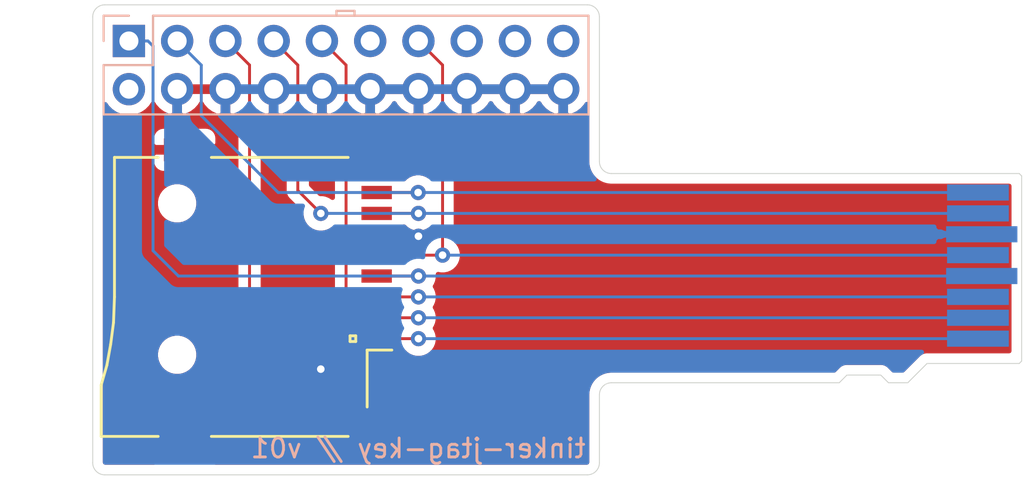
<source format=kicad_pcb>
(kicad_pcb (version 20171130) (host pcbnew 5.1.9)

  (general
    (thickness 0.7)
    (drawings 27)
    (tracks 48)
    (zones 0)
    (modules 3)
    (nets 9)
  )

  (page A4)
  (layers
    (0 F.Cu signal)
    (31 B.Cu signal)
    (32 B.Adhes user)
    (33 F.Adhes user)
    (34 B.Paste user)
    (35 F.Paste user)
    (36 B.SilkS user)
    (37 F.SilkS user)
    (38 B.Mask user)
    (39 F.Mask user)
    (40 Dwgs.User user)
    (41 Cmts.User user)
    (42 Eco1.User user)
    (43 Eco2.User user)
    (44 Edge.Cuts user)
    (45 Margin user)
    (46 B.CrtYd user)
    (47 F.CrtYd user)
    (48 B.Fab user)
    (49 F.Fab user)
  )

  (setup
    (last_trace_width 0.1524)
    (trace_clearance 0.1524)
    (zone_clearance 0.508)
    (zone_45_only no)
    (trace_min 0.1524)
    (via_size 0.8)
    (via_drill 0.4)
    (via_min_size 0.4)
    (via_min_drill 0.3)
    (uvia_size 0.3)
    (uvia_drill 0.1)
    (uvias_allowed no)
    (uvia_min_size 0.2)
    (uvia_min_drill 0.1)
    (edge_width 0.05)
    (segment_width 0.2)
    (pcb_text_width 0.3)
    (pcb_text_size 1.5 1.5)
    (mod_edge_width 0.12)
    (mod_text_size 1 1)
    (mod_text_width 0.15)
    (pad_size 0.85 3.25)
    (pad_drill 0)
    (pad_to_mask_clearance 0.051)
    (aux_axis_origin 0 0)
    (visible_elements FFFFFF7F)
    (pcbplotparams
      (layerselection 0x010f0_ffffffff)
      (usegerberextensions true)
      (usegerberattributes false)
      (usegerberadvancedattributes false)
      (creategerberjobfile false)
      (excludeedgelayer true)
      (linewidth 0.100000)
      (plotframeref false)
      (viasonmask false)
      (mode 1)
      (useauxorigin false)
      (hpglpennumber 1)
      (hpglpenspeed 20)
      (hpglpendiameter 15.000000)
      (psnegative false)
      (psa4output false)
      (plotreference true)
      (plotvalue true)
      (plotinvisibletext false)
      (padsonsilk false)
      (subtractmaskfromsilk false)
      (outputformat 1)
      (mirror false)
      (drillshape 0)
      (scaleselection 1)
      (outputdirectory "out/"))
  )

  (net 0 "")
  (net 1 /DAT2)
  (net 2 /CMD)
  (net 3 /CD-DAT3)
  (net 4 VDD)
  (net 5 /CLK)
  (net 6 GND)
  (net 7 /DAT1)
  (net 8 /DAT0)

  (net_class Default "This is the default net class."
    (clearance 0.1524)
    (trace_width 0.1524)
    (via_dia 0.8)
    (via_drill 0.4)
    (uvia_dia 0.3)
    (uvia_drill 0.1)
    (add_net /CD-DAT3)
    (add_net /CLK)
    (add_net /CMD)
    (add_net /DAT0)
    (add_net /DAT1)
    (add_net /DAT2)
    (add_net GND)
    (add_net VDD)
  )

  (module tinker-jtag-key:MicroSD_Card_Socket (layer F.Cu) (tedit 5EBD19D4) (tstamp 5EBDA92B)
    (at 123.19 90.32 270)
    (path /5EBE3360)
    (fp_text reference J1 (at 0 1) (layer B.Fab)
      (effects (font (size 0.6 0.6) (thickness 0.1)) (justify mirror))
    )
    (fp_text value 112J-TXAR-R01 (at 0 0 270) (layer F.Fab)
      (effects (font (size 0.6 0.5) (thickness 0.1)))
    )
    (fp_line (start -7.35 3.3) (end 0 3.3) (layer F.SilkS) (width 0.15))
    (fp_line (start 0 3.3) (end 1.35 3.35) (layer F.SilkS) (width 0.15))
    (fp_line (start 1.35 3.35) (end 2.5 3.5) (layer F.SilkS) (width 0.15))
    (fp_line (start 2.5 3.5) (end 3.6 3.7) (layer F.SilkS) (width 0.15))
    (fp_line (start 3.6 3.7) (end 4.65 4) (layer F.SilkS) (width 0.15))
    (fp_line (start 2.8 -10) (end 2.8 -11.3) (layer F.SilkS) (width 0.15))
    (fp_line (start -7.35 -1.8) (end -7.35 -9) (layer F.SilkS) (width 0.15))
    (fp_line (start -7.35 1) (end -7.35 3.3) (layer F.SilkS) (width 0.15))
    (fp_line (start 4.65 4) (end 7.35 4) (layer F.SilkS) (width 0.15))
    (fp_line (start 7.35 4) (end 7.35 1) (layer F.SilkS) (width 0.15))
    (fp_line (start 7.35 -9) (end 7.35 -1.8) (layer F.SilkS) (width 0.15))
    (fp_line (start 7.35 -9.5) (end 6.85 -10) (layer F.Fab) (width 0.05))
    (fp_line (start 2.35 -9.4) (end 2.05 -9.4) (layer F.SilkS) (width 0.15))
    (fp_line (start 2.05 -9.4) (end 2.05 -9.1) (layer F.SilkS) (width 0.15))
    (fp_line (start 2.05 -9.1) (end 2.35 -9.1) (layer F.SilkS) (width 0.15))
    (fp_line (start 2.35 -9.1) (end 2.35 -9.4) (layer F.SilkS) (width 0.15))
    (fp_line (start -7.75 4.5) (end -7.75 1) (layer F.CrtYd) (width 0.05))
    (fp_line (start -7.75 1) (end -8.75 1) (layer F.CrtYd) (width 0.05))
    (fp_line (start -8.75 1) (end -8.75 -1.75) (layer F.CrtYd) (width 0.05))
    (fp_line (start -8.75 -1.75) (end -7.75 -1.75) (layer F.CrtYd) (width 0.05))
    (fp_line (start -7.75 -1.75) (end -7.75 -9) (layer F.CrtYd) (width 0.05))
    (fp_line (start -7.75 -9) (end -8.75 -9) (layer F.CrtYd) (width 0.05))
    (fp_line (start -8.75 -9) (end -8.75 -11) (layer F.CrtYd) (width 0.05))
    (fp_line (start -8.75 -11) (end -7.25 -11) (layer F.CrtYd) (width 0.05))
    (fp_line (start -7.25 -11) (end -7.25 -11.5) (layer F.CrtYd) (width 0.05))
    (fp_line (start -7.25 -11.5) (end 2.75 -11.5) (layer F.CrtYd) (width 0.05))
    (fp_line (start 2.75 -11.5) (end 2.75 -10.25) (layer F.CrtYd) (width 0.05))
    (fp_line (start 2.75 -10.25) (end 5.75 -10.25) (layer F.CrtYd) (width 0.05))
    (fp_line (start 5.75 -10.25) (end 5.75 -11) (layer F.CrtYd) (width 0.05))
    (fp_line (start 5.75 -11) (end 8 -11) (layer F.CrtYd) (width 0.05))
    (fp_line (start 8 -11) (end 8 -9) (layer F.CrtYd) (width 0.05))
    (fp_line (start 8 -9) (end 7.75 -9) (layer F.CrtYd) (width 0.05))
    (fp_line (start 7.75 -9) (end 7.75 -1.75) (layer F.CrtYd) (width 0.05))
    (fp_line (start 7.75 -1.75) (end 8.75 -1.75) (layer F.CrtYd) (width 0.05))
    (fp_line (start 8.75 -1.75) (end 8.75 1) (layer F.CrtYd) (width 0.05))
    (fp_line (start 8.75 1) (end 7.75 1) (layer F.CrtYd) (width 0.05))
    (fp_line (start 7.75 1) (end 7.75 4.5) (layer F.CrtYd) (width 0.05))
    (fp_line (start -9 4.5) (end -7 4.5) (layer Cmts.User) (width 0.05))
    (fp_line (start -7 4.5) (end -6 3.5) (layer Cmts.User) (width 0.05))
    (fp_line (start -6 3.5) (end 4 3.5) (layer Cmts.User) (width 0.05))
    (fp_line (start 4 3.5) (end 5 4.5) (layer Cmts.User) (width 0.05))
    (fp_line (start 5 4.5) (end 9 4.5) (layer Cmts.User) (width 0.05))
    (fp_line (start 0 3.3) (end 1.7 3.4) (layer F.Fab) (width 0.05))
    (fp_line (start 1.7 3.4) (end 3.5 3.7) (layer F.Fab) (width 0.05))
    (fp_line (start 3.5 3.7) (end 4.7 4) (layer F.Fab) (width 0.05))
    (fp_line (start 2.8 -10) (end 5.8 -10) (layer F.SilkS) (width 0.15))
    (fp_line (start -6.55 8.6) (end -6.55 3.3) (layer F.Fab) (width 0.05))
    (fp_line (start -5.85 9.3) (end 3.95 9.3) (layer F.Fab) (width 0.05))
    (fp_line (start 4.65 8.6) (end 4.65 4) (layer F.Fab) (width 0.05))
    (fp_line (start 4.65 4) (end 7.35 4) (layer F.Fab) (width 0.05))
    (fp_line (start -7.35 3.3) (end 0 3.3) (layer F.Fab) (width 0.05))
    (fp_line (start -7.35 -10) (end 7.35 -10) (layer F.Fab) (width 0.05))
    (fp_line (start 7.35 -10) (end 7.35 4) (layer F.Fab) (width 0.05))
    (fp_line (start -7.35 -10) (end -7.35 3.3) (layer F.Fab) (width 0.05))
    (fp_arc (start 3.95 8.6) (end 4.65 8.6) (angle 90) (layer F.Fab) (width 0.05))
    (fp_arc (start -5.85 8.6) (end -6.55 8.6) (angle -90) (layer F.Fab) (width 0.05))
    (fp_text user %R (at 2.1 -9.35 270) (layer Eco1.User)
      (effects (font (size 0.3 0.3) (thickness 0.03)))
    )
    (pad 3 smd rect (at 0 -10.5 270) (size 0.7 1.6) (layers F.Cu F.Paste F.Mask)
      (net 2 /CMD))
    (pad "" np_thru_hole circle (at -4.93 0 270) (size 1 1) (drill 1) (layers *.Cu))
    (pad "" np_thru_hole circle (at 3.05 0 270) (size 1 1) (drill 1) (layers *.Cu))
    (pad 2 smd rect (at 1.1 -10.5 270) (size 0.7 1.6) (layers F.Cu F.Paste F.Mask)
      (net 3 /CD-DAT3))
    (pad 1 smd rect (at 2.2 -10.5 270) (size 0.7 1.6) (layers F.Cu F.Paste F.Mask)
      (net 1 /DAT2))
    (pad 4 smd rect (at -1.1 -10.5 270) (size 0.7 1.6) (layers F.Cu F.Paste F.Mask)
      (net 4 VDD))
    (pad 5 smd rect (at -2.2 -10.5 270) (size 0.7 1.6) (layers F.Cu F.Paste F.Mask)
      (net 5 /CLK))
    (pad 6 smd rect (at -3.3 -10.5 270) (size 0.7 1.6) (layers F.Cu F.Paste F.Mask)
      (net 6 GND))
    (pad 8 smd rect (at -5.5 -10.5 270) (size 0.7 1.6) (layers F.Cu F.Paste F.Mask)
      (net 7 /DAT1))
    (pad 7 smd rect (at -4.4 -10.5 270) (size 0.7 1.6) (layers F.Cu F.Paste F.Mask)
      (net 8 /DAT0))
    (pad Cd smd rect (at -6.6 -10.5 270) (size 0.7 1.6) (layers F.Cu F.Paste F.Mask))
    (pad 6 smd rect (at -7.75 -10 270) (size 1.2 1.4) (layers F.Cu F.Paste F.Mask)
      (net 6 GND))
    (pad 6 smd rect (at 6.85 -10 270) (size 1.6 1.4) (layers F.Cu F.Paste F.Mask)
      (net 6 GND))
    (pad 6 smd rect (at -7.75 -0.4 270) (size 1.2 2.2) (layers F.Cu F.Paste F.Mask)
      (net 6 GND))
    (pad 6 smd rect (at 7.75 -0.4 270) (size 1.2 2.2) (layers F.Cu F.Paste F.Mask)
      (net 6 GND))
  )

  (module tinker-jtag-key:MicroSD_Card_Pins (layer F.Cu) (tedit 5EBD921E) (tstamp 5EBD7AA7)
    (at 160.02 88.9 90)
    (path /5EBE2C59)
    (fp_text reference P1 (at 0 -8.89 90) (layer F.SilkS) hide
      (effects (font (size 1.27 1.27) (thickness 0.15)))
    )
    (fp_text value Micro_SD_Card (at 0 8.89 90) (layer F.Fab) hide
      (effects (font (size 1.27 1.27) (thickness 0.15)))
    )
    (fp_line (start 5.08 -7.3787) (end -5.9182 -7.3787) (layer F.Fab) (width 0.06))
    (fp_line (start 5.08 7.62) (end 5.08 -7.3787) (layer F.Fab) (width 0.06))
    (fp_line (start -4.9149 7.62) (end 5.08 7.62) (layer F.Fab) (width 0.06))
    (fp_line (start -4.9149 2.6162) (end -4.9149 7.62) (layer F.Fab) (width 0.06))
    (fp_line (start -5.9182 1.6129) (end -4.9149 2.6162) (layer F.Fab) (width 0.06))
    (fp_line (start -5.9182 0.6223) (end -5.9182 1.6129) (layer F.Fab) (width 0.06))
    (fp_line (start -5.5245 0.2286) (end -5.9182 0.6223) (layer F.Fab) (width 0.06))
    (fp_line (start -5.5245 -1.5875) (end -5.5245 0.2286) (layer F.Fab) (width 0.06))
    (fp_line (start -5.9182 -1.9812) (end -5.5245 -1.5875) (layer F.Fab) (width 0.06))
    (fp_line (start -5.9182 -7.3787) (end -5.9182 -1.9812) (layer F.Fab) (width 0.06))
    (pad 1 smd rect (at -3.62 5.32 90) (size 0.85 3.25) (layers B.Cu B.Paste B.Mask)
      (net 1 /DAT2))
    (pad 2 smd rect (at -2.52 5.32 90) (size 0.85 3.25) (layers B.Cu B.Paste B.Mask)
      (net 3 /CD-DAT3))
    (pad 3 smd rect (at -1.42 5.32 90) (size 0.85 3.25) (layers B.Cu B.Paste B.Mask)
      (net 2 /CMD))
    (pad 4 smd rect (at -0.32 5.52 90) (size 0.85 3.75) (layers B.Cu B.Paste B.Mask)
      (net 4 VDD))
    (pad 5 smd rect (at 0.78 5.32 90) (size 0.85 3.25) (layers B.Cu B.Paste B.Mask)
      (net 5 /CLK))
    (pad 6 smd rect (at 1.88 5.52 270) (size 0.85 3.75) (layers B.Cu B.Paste B.Mask)
      (net 6 GND))
    (pad 7 smd rect (at 2.98 5.32 90) (size 0.85 3.25) (layers B.Cu B.Paste B.Mask)
      (net 8 /DAT0))
    (pad 8 smd rect (at 4.08 5.32 90) (size 0.85 3.25) (layers B.Cu B.Paste B.Mask)
      (net 7 /DAT1))
  )

  (module Connector_PinHeader_2.54mm:PinHeader_2x10_P2.54mm_Vertical (layer B.Cu) (tedit 59FED5CC) (tstamp 5EBDA489)
    (at 120.65 76.835 270)
    (descr "Through hole straight pin header, 2x10, 2.54mm pitch, double rows")
    (tags "Through hole pin header THT 2x10 2.54mm double row")
    (path /5EC005CE)
    (fp_text reference J2 (at 1.27 2.33 90) (layer B.SilkS) hide
      (effects (font (size 1 1) (thickness 0.15)) (justify mirror))
    )
    (fp_text value Conn_ARM_JTAG_SWD_20 (at 1.27 -25.19 90) (layer B.Fab) hide
      (effects (font (size 1 1) (thickness 0.15)) (justify mirror))
    )
    (fp_line (start 0 1.27) (end 3.81 1.27) (layer B.Fab) (width 0.1))
    (fp_line (start 3.81 1.27) (end 3.81 -24.13) (layer B.Fab) (width 0.1))
    (fp_line (start 3.81 -24.13) (end -1.27 -24.13) (layer B.Fab) (width 0.1))
    (fp_line (start -1.27 -24.13) (end -1.27 0) (layer B.Fab) (width 0.1))
    (fp_line (start -1.27 0) (end 0 1.27) (layer B.Fab) (width 0.1))
    (fp_line (start -1.33 -24.19) (end 3.87 -24.19) (layer B.SilkS) (width 0.12))
    (fp_line (start -1.33 -1.27) (end -1.33 -24.19) (layer B.SilkS) (width 0.12))
    (fp_line (start 3.87 1.33) (end 3.87 -24.19) (layer B.SilkS) (width 0.12))
    (fp_line (start -1.33 -1.27) (end 1.27 -1.27) (layer B.SilkS) (width 0.12))
    (fp_line (start 1.27 -1.27) (end 1.27 1.33) (layer B.SilkS) (width 0.12))
    (fp_line (start 1.27 1.33) (end 3.87 1.33) (layer B.SilkS) (width 0.12))
    (fp_line (start -1.33 0) (end -1.33 1.33) (layer B.SilkS) (width 0.12))
    (fp_line (start -1.33 1.33) (end 0 1.33) (layer B.SilkS) (width 0.12))
    (fp_line (start -1.8 1.8) (end -1.8 -24.65) (layer B.CrtYd) (width 0.05))
    (fp_line (start -1.8 -24.65) (end 4.35 -24.65) (layer B.CrtYd) (width 0.05))
    (fp_line (start 4.35 -24.65) (end 4.35 1.8) (layer B.CrtYd) (width 0.05))
    (fp_line (start 4.35 1.8) (end -1.8 1.8) (layer B.CrtYd) (width 0.05))
    (fp_text user %R (at 1.27 -11.43 180) (layer B.Fab)
      (effects (font (size 1 1) (thickness 0.15)) (justify mirror))
    )
    (pad 20 thru_hole oval (at 2.54 -22.86 270) (size 1.7 1.7) (drill 1) (layers *.Cu *.Mask)
      (net 6 GND))
    (pad 19 thru_hole oval (at 0 -22.86 270) (size 1.7 1.7) (drill 1) (layers *.Cu *.Mask))
    (pad 18 thru_hole oval (at 2.54 -20.32 270) (size 1.7 1.7) (drill 1) (layers *.Cu *.Mask)
      (net 6 GND))
    (pad 17 thru_hole oval (at 0 -20.32 270) (size 1.7 1.7) (drill 1) (layers *.Cu *.Mask))
    (pad 16 thru_hole oval (at 2.54 -17.78 270) (size 1.7 1.7) (drill 1) (layers *.Cu *.Mask)
      (net 6 GND))
    (pad 15 thru_hole oval (at 0 -17.78 270) (size 1.7 1.7) (drill 1) (layers *.Cu *.Mask))
    (pad 14 thru_hole oval (at 2.54 -15.24 270) (size 1.7 1.7) (drill 1) (layers *.Cu *.Mask)
      (net 6 GND))
    (pad 13 thru_hole oval (at 0 -15.24 270) (size 1.7 1.7) (drill 1) (layers *.Cu *.Mask)
      (net 5 /CLK))
    (pad 12 thru_hole oval (at 2.54 -12.7 270) (size 1.7 1.7) (drill 1) (layers *.Cu *.Mask)
      (net 6 GND))
    (pad 11 thru_hole oval (at 0 -12.7 270) (size 1.7 1.7) (drill 1) (layers *.Cu *.Mask))
    (pad 10 thru_hole oval (at 2.54 -10.16 270) (size 1.7 1.7) (drill 1) (layers *.Cu *.Mask)
      (net 6 GND))
    (pad 9 thru_hole oval (at 0 -10.16 270) (size 1.7 1.7) (drill 1) (layers *.Cu *.Mask)
      (net 3 /CD-DAT3))
    (pad 8 thru_hole oval (at 2.54 -7.62 270) (size 1.7 1.7) (drill 1) (layers *.Cu *.Mask)
      (net 6 GND))
    (pad 7 thru_hole oval (at 0 -7.62 270) (size 1.7 1.7) (drill 1) (layers *.Cu *.Mask)
      (net 8 /DAT0))
    (pad 6 thru_hole oval (at 2.54 -5.08 270) (size 1.7 1.7) (drill 1) (layers *.Cu *.Mask)
      (net 6 GND))
    (pad 5 thru_hole oval (at 0 -5.08 270) (size 1.7 1.7) (drill 1) (layers *.Cu *.Mask)
      (net 1 /DAT2))
    (pad 4 thru_hole oval (at 2.54 -2.54 270) (size 1.7 1.7) (drill 1) (layers *.Cu *.Mask)
      (net 6 GND))
    (pad 3 thru_hole oval (at 0 -2.54 270) (size 1.7 1.7) (drill 1) (layers *.Cu *.Mask)
      (net 7 /DAT1))
    (pad 2 thru_hole oval (at 2.54 0 270) (size 1.7 1.7) (drill 1) (layers *.Cu *.Mask))
    (pad 1 thru_hole rect (at 0 0 270) (size 1.7 1.7) (drill 1) (layers *.Cu *.Mask)
      (net 4 VDD))
    (model ${KISYS3DMOD}/Connector_PinHeader_2.54mm.3dshapes/PinHeader_2x10_P2.54mm_Vertical.wrl
      (at (xyz 0 0 0))
      (scale (xyz 1 1 1))
      (rotate (xyz 0 0 0))
    )
  )

  (gr_line (start 132.525 75.25) (end 132.525 75.5) (layer B.SilkS) (width 0.12))
  (gr_line (start 131.575 75.25) (end 132.525 75.25) (layer B.SilkS) (width 0.12))
  (gr_line (start 131.575 75.5) (end 131.575 75.25) (layer B.SilkS) (width 0.12))
  (gr_text "/ v01" (at 131.6482 98.298) (layer B.SilkS) (tstamp 5EBEE121)
    (effects (font (size 1 1) (thickness 0.15)) (justify left mirror))
  )
  (gr_arc (start 144.78 75.565) (end 145.415 75.565) (angle -90) (layer Edge.Cuts) (width 0.05))
  (gr_arc (start 119.38 99.06) (end 118.745 99.06) (angle -90) (layer Edge.Cuts) (width 0.05))
  (gr_arc (start 119.38 75.565) (end 119.38 74.93) (angle -90) (layer Edge.Cuts) (width 0.05))
  (gr_arc (start 144.78 99.06) (end 144.78 99.695) (angle -90) (layer Edge.Cuts) (width 0.05))
  (gr_arc (start 146.05 95.4786) (end 146.05 94.8436) (angle -90) (layer Edge.Cuts) (width 0.05))
  (gr_arc (start 146.05 83.185) (end 145.415 83.185) (angle -90) (layer Edge.Cuts) (width 0.05))
  (gr_text "tinker-jtag-key /" (at 144.78 98.298) (layer B.SilkS) (tstamp 5EBEE10F)
    (effects (font (size 1 1) (thickness 0.15)) (justify left mirror))
  )
  (gr_line (start 167.64 93.699964) (end 167.513 93.8276) (layer Edge.Cuts) (width 0.05) (tstamp 5EBDB0F1))
  (gr_line (start 167.513 83.82) (end 167.64 83.947) (layer Edge.Cuts) (width 0.05) (tstamp 5EBDB087))
  (gr_line (start 118.745 99.06) (end 118.745 75.565) (layer Edge.Cuts) (width 0.05) (tstamp 5EBD9477))
  (gr_line (start 144.78 99.695) (end 119.38 99.695) (layer Edge.Cuts) (width 0.05))
  (gr_line (start 145.415 95.4786) (end 145.415 99.06) (layer Edge.Cuts) (width 0.05) (tstamp 5EBD9475))
  (gr_line (start 158.0388 94.8436) (end 146.05 94.8436) (layer Edge.Cuts) (width 0.05))
  (gr_line (start 158.4452 94.4372) (end 158.0388 94.8436) (layer Edge.Cuts) (width 0.05) (tstamp 5EBD8DF1))
  (gr_line (start 160.2232 94.4372) (end 158.4452 94.4372) (layer Edge.Cuts) (width 0.05))
  (gr_line (start 160.6296 94.8436) (end 160.2232 94.4372) (layer Edge.Cuts) (width 0.05) (tstamp 5EBDB0FB))
  (gr_line (start 160.6296 94.8436) (end 161.6456 94.8436) (layer Edge.Cuts) (width 0.05) (tstamp 5EBD8DF0))
  (gr_line (start 144.78 74.93) (end 119.38 74.93) (layer Edge.Cuts) (width 0.05) (tstamp 5EBDA582))
  (gr_line (start 145.415 83.185) (end 145.415 75.565) (layer Edge.Cuts) (width 0.05))
  (gr_line (start 167.513 83.82) (end 146.05 83.82) (layer Edge.Cuts) (width 0.05))
  (gr_line (start 167.64 93.699964) (end 167.64 83.947) (layer Edge.Cuts) (width 0.05))
  (gr_line (start 162.6616 93.8276) (end 167.513 93.8276) (layer Edge.Cuts) (width 0.05))
  (gr_line (start 161.6456 94.8436) (end 162.6616 93.8276) (layer Edge.Cuts) (width 0.05))

  (segment (start 127 91.313) (end 128.207 92.52) (width 0.1524) (layer F.Cu) (net 1))
  (segment (start 125.73 76.835) (end 127 78.105) (width 0.1524) (layer F.Cu) (net 1))
  (segment (start 127 78.105) (end 127 91.313) (width 0.1524) (layer F.Cu) (net 1))
  (segment (start 128.207 92.52) (end 133.69 92.52) (width 0.1524) (layer F.Cu) (net 1))
  (segment (start 133.69 92.52) (end 135.89 92.52) (width 0.1524) (layer F.Cu) (net 1))
  (via (at 135.89 92.52) (size 0.8) (drill 0.4) (layers F.Cu B.Cu) (net 1))
  (segment (start 165.34 92.52) (end 135.89 92.52) (width 0.1524) (layer B.Cu) (net 1))
  (segment (start 133.69 90.32) (end 135.89 90.32) (width 0.1524) (layer F.Cu) (net 2))
  (via (at 135.89 90.32) (size 0.8) (drill 0.4) (layers F.Cu B.Cu) (net 2))
  (segment (start 165.34 90.32) (end 135.89 90.32) (width 0.1524) (layer B.Cu) (net 2))
  (segment (start 130.81 76.835) (end 132.08 78.105) (width 0.1524) (layer F.Cu) (net 3))
  (segment (start 132.7376 91.42) (end 133.69 91.42) (width 0.1524) (layer F.Cu) (net 3))
  (segment (start 132.08 90.7624) (end 132.7376 91.42) (width 0.1524) (layer F.Cu) (net 3))
  (segment (start 132.08 78.105) (end 132.08 90.7624) (width 0.1524) (layer F.Cu) (net 3))
  (segment (start 135.89 91.42) (end 133.69 91.42) (width 0.1524) (layer F.Cu) (net 3))
  (via (at 135.89 91.42) (size 0.8) (drill 0.4) (layers F.Cu B.Cu) (net 3))
  (segment (start 165.34 91.42) (end 135.89 91.42) (width 0.1524) (layer B.Cu) (net 3))
  (segment (start 133.69 89.22) (end 133.69 89.195) (width 0.1524) (layer F.Cu) (net 4))
  (segment (start 135.89 89.22) (end 165.608 89.22) (width 0.1524) (layer B.Cu) (net 4))
  (segment (start 133.69 89.22) (end 135.89 89.22) (width 0.1524) (layer F.Cu) (net 4))
  (segment (start 121.6524 76.835) (end 120.65 76.835) (width 0.1524) (layer B.Cu) (net 4))
  (segment (start 135.89 89.22) (end 123.256 89.22) (width 0.1524) (layer B.Cu) (net 4))
  (segment (start 123.256 89.22) (end 121.92 87.884) (width 0.1524) (layer B.Cu) (net 4))
  (segment (start 121.92 87.884) (end 121.92 77.1026) (width 0.1524) (layer B.Cu) (net 4))
  (via (at 135.89 89.22) (size 0.8) (drill 0.4) (layers F.Cu B.Cu) (net 4))
  (segment (start 121.92 77.1026) (end 121.6524 76.835) (width 0.1524) (layer B.Cu) (net 4))
  (segment (start 165.34 88.12) (end 137.16 88.12) (width 0.1524) (layer B.Cu) (net 5))
  (segment (start 135.89 76.835) (end 137.16 78.105) (width 0.1524) (layer F.Cu) (net 5))
  (via (at 137.16 88.12) (size 0.8) (drill 0.4) (layers F.Cu B.Cu) (net 5))
  (segment (start 133.69 88.12) (end 137.16 88.12) (width 0.1524) (layer F.Cu) (net 5))
  (segment (start 137.16 88.12) (end 137.16 78.105) (width 0.1524) (layer F.Cu) (net 5))
  (via (at 135.89 87.122) (size 0.8) (drill 0.4) (layers F.Cu B.Cu) (net 6))
  (via (at 130.75 94.125) (size 0.8) (drill 0.4) (layers F.Cu B.Cu) (net 6))
  (segment (start 133.69 84.82) (end 135.874 84.82) (width 0.1524) (layer F.Cu) (net 7))
  (segment (start 135.874 84.82) (end 128.508 84.82) (width 0.1524) (layer B.Cu) (net 7))
  (via (at 135.874 84.82) (size 0.8) (drill 0.4) (layers F.Cu B.Cu) (net 7))
  (segment (start 135.874 84.82) (end 165.354 84.82) (width 0.1524) (layer B.Cu) (net 7))
  (segment (start 128.508 84.82) (end 124.46 80.772) (width 0.1524) (layer B.Cu) (net 7))
  (segment (start 124.46 80.772) (end 124.46 78.105) (width 0.1524) (layer B.Cu) (net 7))
  (segment (start 124.46 78.105) (end 123.19 76.835) (width 0.1524) (layer B.Cu) (net 7))
  (segment (start 128.27 76.835) (end 129.54 78.105) (width 0.1524) (layer F.Cu) (net 8))
  (segment (start 129.54 84.709) (end 130.751 85.92) (width 0.1524) (layer F.Cu) (net 8))
  (segment (start 129.54 78.105) (end 129.54 84.709) (width 0.1524) (layer F.Cu) (net 8))
  (segment (start 165.34 85.92) (end 135.89 85.92) (width 0.1524) (layer B.Cu) (net 8))
  (via (at 130.751 85.92) (size 0.8) (drill 0.4) (layers F.Cu B.Cu) (net 8))
  (segment (start 135.89 85.92) (end 130.751 85.92) (width 0.1524) (layer B.Cu) (net 8))
  (via (at 135.89 85.92) (size 0.8) (drill 0.4) (layers F.Cu B.Cu) (net 8))
  (segment (start 133.69 85.92) (end 135.89 85.92) (width 0.1524) (layer F.Cu) (net 8))

  (zone (net 6) (net_name GND) (layer F.Cu) (tstamp 0) (hatch edge 0.508)
    (connect_pads (clearance 0.508))
    (min_thickness 0.254)
    (fill yes (arc_segments 32) (thermal_gap 0.508) (thermal_bridge_width 0.508))
    (polygon
      (pts
        (xy 167.767 100.076) (xy 118.491 100.076) (xy 118.491 74.676) (xy 167.767 74.676)
      )
    )
    (filled_polygon
      (pts
        (xy 123.317 79.248) (xy 125.603 79.248) (xy 125.603 79.228) (xy 125.857 79.228) (xy 125.857 79.248)
        (xy 125.877 79.248) (xy 125.877 79.502) (xy 125.857 79.502) (xy 125.857 80.695155) (xy 126.08689 80.816476)
        (xy 126.234099 80.771825) (xy 126.2888 80.74577) (xy 126.288801 91.278064) (xy 126.28536 91.313) (xy 126.288801 91.347936)
        (xy 126.299092 91.45242) (xy 126.323211 91.531928) (xy 126.339759 91.586481) (xy 126.396952 91.693481) (xy 126.405799 91.710033)
        (xy 126.494674 91.818327) (xy 126.52181 91.840597) (xy 127.679403 92.998191) (xy 127.701673 93.025327) (xy 127.728809 93.047597)
        (xy 127.809967 93.114202) (xy 127.933518 93.180242) (xy 128.036434 93.211461) (xy 128.06758 93.220909) (xy 128.172064 93.2312)
        (xy 128.172071 93.2312) (xy 128.207 93.23464) (xy 128.241928 93.2312) (xy 132.364966 93.2312) (xy 132.438815 93.321185)
        (xy 132.535506 93.400537) (xy 132.64582 93.459502) (xy 132.765518 93.495812) (xy 132.89 93.508072) (xy 134.49 93.508072)
        (xy 134.614482 93.495812) (xy 134.73418 93.459502) (xy 134.844494 93.400537) (xy 134.941185 93.321185) (xy 135.015034 93.2312)
        (xy 135.137489 93.2312) (xy 135.230226 93.323937) (xy 135.399744 93.437205) (xy 135.588102 93.515226) (xy 135.788061 93.555)
        (xy 135.991939 93.555) (xy 136.191898 93.515226) (xy 136.380256 93.437205) (xy 136.549774 93.323937) (xy 136.693937 93.179774)
        (xy 136.807205 93.010256) (xy 136.885226 92.821898) (xy 136.925 92.621939) (xy 136.925 92.418061) (xy 136.885226 92.218102)
        (xy 136.807205 92.029744) (xy 136.767285 91.97) (xy 136.807205 91.910256) (xy 136.885226 91.721898) (xy 136.925 91.521939)
        (xy 136.925 91.318061) (xy 136.885226 91.118102) (xy 136.807205 90.929744) (xy 136.767285 90.87) (xy 136.807205 90.810256)
        (xy 136.885226 90.621898) (xy 136.925 90.421939) (xy 136.925 90.218061) (xy 136.885226 90.018102) (xy 136.807205 89.829744)
        (xy 136.767285 89.77) (xy 136.807205 89.710256) (xy 136.885226 89.521898) (xy 136.925 89.321939) (xy 136.925 89.128533)
        (xy 137.058061 89.155) (xy 137.261939 89.155) (xy 137.461898 89.115226) (xy 137.650256 89.037205) (xy 137.819774 88.923937)
        (xy 137.963937 88.779774) (xy 138.077205 88.610256) (xy 138.155226 88.421898) (xy 138.195 88.221939) (xy 138.195 88.018061)
        (xy 138.155226 87.818102) (xy 138.077205 87.629744) (xy 137.963937 87.460226) (xy 137.8712 87.367489) (xy 137.8712 80.74577)
        (xy 137.925901 80.771825) (xy 138.07311 80.816476) (xy 138.303 80.695155) (xy 138.303 79.502) (xy 138.557 79.502)
        (xy 138.557 80.695155) (xy 138.78689 80.816476) (xy 138.934099 80.771825) (xy 139.19692 80.646641) (xy 139.430269 80.472588)
        (xy 139.625178 80.256355) (xy 139.7 80.130745) (xy 139.774822 80.256355) (xy 139.969731 80.472588) (xy 140.20308 80.646641)
        (xy 140.465901 80.771825) (xy 140.61311 80.816476) (xy 140.843 80.695155) (xy 140.843 79.502) (xy 141.097 79.502)
        (xy 141.097 80.695155) (xy 141.32689 80.816476) (xy 141.474099 80.771825) (xy 141.73692 80.646641) (xy 141.970269 80.472588)
        (xy 142.165178 80.256355) (xy 142.24 80.130745) (xy 142.314822 80.256355) (xy 142.509731 80.472588) (xy 142.74308 80.646641)
        (xy 143.005901 80.771825) (xy 143.15311 80.816476) (xy 143.383 80.695155) (xy 143.383 79.502) (xy 141.097 79.502)
        (xy 140.843 79.502) (xy 138.557 79.502) (xy 138.303 79.502) (xy 138.283 79.502) (xy 138.283 79.248)
        (xy 138.303 79.248) (xy 138.303 79.228) (xy 138.557 79.228) (xy 138.557 79.248) (xy 140.843 79.248)
        (xy 140.843 79.228) (xy 141.097 79.228) (xy 141.097 79.248) (xy 143.383 79.248) (xy 143.383 79.228)
        (xy 143.637 79.228) (xy 143.637 79.248) (xy 143.657 79.248) (xy 143.657 79.502) (xy 143.637 79.502)
        (xy 143.637 80.695155) (xy 143.86689 80.816476) (xy 144.014099 80.771825) (xy 144.27692 80.646641) (xy 144.510269 80.472588)
        (xy 144.705178 80.256355) (xy 144.755 80.172714) (xy 144.755 83.217418) (xy 144.757758 83.245419) (xy 144.757731 83.249255)
        (xy 144.758631 83.258426) (xy 144.771586 83.381677) (xy 144.783615 83.440274) (xy 144.794822 83.499028) (xy 144.797486 83.50785)
        (xy 144.834133 83.626238) (xy 144.857308 83.681368) (xy 144.879722 83.736847) (xy 144.884049 83.744983) (xy 144.942992 83.853998)
        (xy 144.976437 83.903582) (xy 145.009197 83.953645) (xy 145.015022 83.960786) (xy 145.094018 84.056276) (xy 145.136467 84.09843)
        (xy 145.178315 84.141165) (xy 145.185416 84.147039) (xy 145.281455 84.225367) (xy 145.331281 84.258472) (xy 145.380638 84.292267)
        (xy 145.388744 84.29665) (xy 145.498167 84.354832) (xy 145.553459 84.377621) (xy 145.608455 84.401193) (xy 145.617258 84.403918)
        (xy 145.735899 84.439737) (xy 145.794583 84.451357) (xy 145.853094 84.463794) (xy 145.86225 84.464756) (xy 145.862255 84.464757)
        (xy 145.862259 84.464757) (xy 145.985597 84.47685) (xy 145.985598 84.47685) (xy 146.017581 84.48) (xy 166.980001 84.48)
        (xy 166.98 93.1676) (xy 162.694009 93.1676) (xy 162.6616 93.164408) (xy 162.629191 93.1676) (xy 162.629181 93.1676)
        (xy 162.532217 93.17715) (xy 162.407807 93.21489) (xy 162.29315 93.276175) (xy 162.192652 93.358652) (xy 162.171988 93.383831)
        (xy 161.37222 94.1836) (xy 160.90298 94.1836) (xy 160.712816 93.993436) (xy 160.692148 93.968252) (xy 160.59165 93.885775)
        (xy 160.476993 93.82449) (xy 160.352583 93.78675) (xy 160.255619 93.7772) (xy 160.255609 93.7772) (xy 160.2232 93.774008)
        (xy 160.190791 93.7772) (xy 158.477608 93.7772) (xy 158.445199 93.774008) (xy 158.41279 93.7772) (xy 158.412781 93.7772)
        (xy 158.315817 93.78675) (xy 158.191407 93.82449) (xy 158.07675 93.885775) (xy 157.976252 93.968252) (xy 157.955584 93.993436)
        (xy 157.76542 94.1836) (xy 146.017581 94.1836) (xy 145.989581 94.186358) (xy 145.985745 94.186331) (xy 145.976574 94.187231)
        (xy 145.853323 94.200186) (xy 145.794733 94.212213) (xy 145.735971 94.223422) (xy 145.727149 94.226086) (xy 145.608762 94.262733)
        (xy 145.553632 94.285908) (xy 145.498153 94.308322) (xy 145.490017 94.312649) (xy 145.381002 94.371593) (xy 145.331422 94.405035)
        (xy 145.281355 94.437797) (xy 145.274214 94.443622) (xy 145.178724 94.522618) (xy 145.136603 94.565034) (xy 145.093834 94.606916)
        (xy 145.087961 94.614016) (xy 145.009633 94.710055) (xy 144.976518 94.759897) (xy 144.942733 94.809238) (xy 144.93835 94.817344)
        (xy 144.880168 94.926768) (xy 144.857384 94.982046) (xy 144.833807 95.037055) (xy 144.831082 95.045859) (xy 144.795262 95.164499)
        (xy 144.783633 95.223228) (xy 144.771206 95.281695) (xy 144.770244 95.290853) (xy 144.770244 95.290854) (xy 144.770243 95.290859)
        (xy 144.75815 95.414198) (xy 144.755 95.446182) (xy 144.755001 99.027715) (xy 144.754335 99.034513) (xy 144.749699 99.035)
        (xy 125.211915 99.035) (xy 125.220537 99.024494) (xy 125.279502 98.91418) (xy 125.315812 98.794482) (xy 125.328072 98.67)
        (xy 125.325 98.35575) (xy 125.16625 98.197) (xy 123.717 98.197) (xy 123.717 98.217) (xy 123.463 98.217)
        (xy 123.463 98.197) (xy 122.01375 98.197) (xy 121.855 98.35575) (xy 121.851928 98.67) (xy 121.864188 98.794482)
        (xy 121.900498 98.91418) (xy 121.959463 99.024494) (xy 121.968085 99.035) (xy 119.412275 99.035) (xy 119.405487 99.034335)
        (xy 119.405 99.029699) (xy 119.405 97.97) (xy 131.851928 97.97) (xy 131.864188 98.094482) (xy 131.900498 98.21418)
        (xy 131.959463 98.324494) (xy 132.038815 98.421185) (xy 132.135506 98.500537) (xy 132.24582 98.559502) (xy 132.365518 98.595812)
        (xy 132.49 98.608072) (xy 132.90425 98.605) (xy 133.063 98.44625) (xy 133.063 97.297) (xy 133.317 97.297)
        (xy 133.317 98.44625) (xy 133.47575 98.605) (xy 133.89 98.608072) (xy 134.014482 98.595812) (xy 134.13418 98.559502)
        (xy 134.244494 98.500537) (xy 134.341185 98.421185) (xy 134.420537 98.324494) (xy 134.479502 98.21418) (xy 134.515812 98.094482)
        (xy 134.528072 97.97) (xy 134.525 97.45575) (xy 134.36625 97.297) (xy 133.317 97.297) (xy 133.063 97.297)
        (xy 132.01375 97.297) (xy 131.855 97.45575) (xy 131.851928 97.97) (xy 119.405 97.97) (xy 119.405 97.47)
        (xy 121.851928 97.47) (xy 121.855 97.78425) (xy 122.01375 97.943) (xy 123.463 97.943) (xy 123.463 96.99375)
        (xy 123.717 96.99375) (xy 123.717 97.943) (xy 125.16625 97.943) (xy 125.325 97.78425) (xy 125.328072 97.47)
        (xy 125.315812 97.345518) (xy 125.279502 97.22582) (xy 125.220537 97.115506) (xy 125.141185 97.018815) (xy 125.044494 96.939463)
        (xy 124.93418 96.880498) (xy 124.814482 96.844188) (xy 124.69 96.831928) (xy 123.87575 96.835) (xy 123.717 96.99375)
        (xy 123.463 96.99375) (xy 123.30425 96.835) (xy 122.49 96.831928) (xy 122.365518 96.844188) (xy 122.24582 96.880498)
        (xy 122.135506 96.939463) (xy 122.038815 97.018815) (xy 121.959463 97.115506) (xy 121.900498 97.22582) (xy 121.864188 97.345518)
        (xy 121.851928 97.47) (xy 119.405 97.47) (xy 119.405 96.37) (xy 131.851928 96.37) (xy 131.855 96.88425)
        (xy 132.01375 97.043) (xy 133.063 97.043) (xy 133.063 95.89375) (xy 133.317 95.89375) (xy 133.317 97.043)
        (xy 134.36625 97.043) (xy 134.525 96.88425) (xy 134.528072 96.37) (xy 134.515812 96.245518) (xy 134.479502 96.12582)
        (xy 134.420537 96.015506) (xy 134.341185 95.918815) (xy 134.244494 95.839463) (xy 134.13418 95.780498) (xy 134.014482 95.744188)
        (xy 133.89 95.731928) (xy 133.47575 95.735) (xy 133.317 95.89375) (xy 133.063 95.89375) (xy 132.90425 95.735)
        (xy 132.49 95.731928) (xy 132.365518 95.744188) (xy 132.24582 95.780498) (xy 132.135506 95.839463) (xy 132.038815 95.918815)
        (xy 131.959463 96.015506) (xy 131.900498 96.12582) (xy 131.864188 96.245518) (xy 131.851928 96.37) (xy 119.405 96.37)
        (xy 119.405 93.258212) (xy 122.055 93.258212) (xy 122.055 93.481788) (xy 122.098617 93.701067) (xy 122.184176 93.907624)
        (xy 122.308388 94.09352) (xy 122.46648 94.251612) (xy 122.652376 94.375824) (xy 122.858933 94.461383) (xy 123.078212 94.505)
        (xy 123.301788 94.505) (xy 123.521067 94.461383) (xy 123.727624 94.375824) (xy 123.91352 94.251612) (xy 124.071612 94.09352)
        (xy 124.195824 93.907624) (xy 124.281383 93.701067) (xy 124.325 93.481788) (xy 124.325 93.258212) (xy 124.281383 93.038933)
        (xy 124.195824 92.832376) (xy 124.071612 92.64648) (xy 123.91352 92.488388) (xy 123.727624 92.364176) (xy 123.521067 92.278617)
        (xy 123.301788 92.235) (xy 123.078212 92.235) (xy 122.858933 92.278617) (xy 122.652376 92.364176) (xy 122.46648 92.488388)
        (xy 122.308388 92.64648) (xy 122.184176 92.832376) (xy 122.098617 93.038933) (xy 122.055 93.258212) (xy 119.405 93.258212)
        (xy 119.405 85.278212) (xy 122.055 85.278212) (xy 122.055 85.501788) (xy 122.098617 85.721067) (xy 122.184176 85.927624)
        (xy 122.308388 86.11352) (xy 122.46648 86.271612) (xy 122.652376 86.395824) (xy 122.858933 86.481383) (xy 123.078212 86.525)
        (xy 123.301788 86.525) (xy 123.521067 86.481383) (xy 123.727624 86.395824) (xy 123.91352 86.271612) (xy 124.071612 86.11352)
        (xy 124.195824 85.927624) (xy 124.281383 85.721067) (xy 124.325 85.501788) (xy 124.325 85.278212) (xy 124.281383 85.058933)
        (xy 124.195824 84.852376) (xy 124.071612 84.66648) (xy 123.91352 84.508388) (xy 123.727624 84.384176) (xy 123.521067 84.298617)
        (xy 123.301788 84.255) (xy 123.078212 84.255) (xy 122.858933 84.298617) (xy 122.652376 84.384176) (xy 122.46648 84.508388)
        (xy 122.308388 84.66648) (xy 122.184176 84.852376) (xy 122.098617 85.058933) (xy 122.055 85.278212) (xy 119.405 85.278212)
        (xy 119.405 83.17) (xy 121.851928 83.17) (xy 121.864188 83.294482) (xy 121.900498 83.41418) (xy 121.959463 83.524494)
        (xy 122.038815 83.621185) (xy 122.135506 83.700537) (xy 122.24582 83.759502) (xy 122.365518 83.795812) (xy 122.49 83.808072)
        (xy 123.30425 83.805) (xy 123.463 83.64625) (xy 123.463 82.697) (xy 123.717 82.697) (xy 123.717 83.64625)
        (xy 123.87575 83.805) (xy 124.69 83.808072) (xy 124.814482 83.795812) (xy 124.93418 83.759502) (xy 125.044494 83.700537)
        (xy 125.141185 83.621185) (xy 125.220537 83.524494) (xy 125.279502 83.41418) (xy 125.315812 83.294482) (xy 125.328072 83.17)
        (xy 125.325 82.85575) (xy 125.16625 82.697) (xy 123.717 82.697) (xy 123.463 82.697) (xy 122.01375 82.697)
        (xy 121.855 82.85575) (xy 121.851928 83.17) (xy 119.405 83.17) (xy 119.405 81.97) (xy 121.851928 81.97)
        (xy 121.855 82.28425) (xy 122.01375 82.443) (xy 123.463 82.443) (xy 123.463 81.49375) (xy 123.717 81.49375)
        (xy 123.717 82.443) (xy 125.16625 82.443) (xy 125.325 82.28425) (xy 125.328072 81.97) (xy 125.315812 81.845518)
        (xy 125.279502 81.72582) (xy 125.220537 81.615506) (xy 125.141185 81.518815) (xy 125.044494 81.439463) (xy 124.93418 81.380498)
        (xy 124.814482 81.344188) (xy 124.69 81.331928) (xy 123.87575 81.335) (xy 123.717 81.49375) (xy 123.463 81.49375)
        (xy 123.30425 81.335) (xy 122.49 81.331928) (xy 122.365518 81.344188) (xy 122.24582 81.380498) (xy 122.135506 81.439463)
        (xy 122.038815 81.518815) (xy 121.959463 81.615506) (xy 121.900498 81.72582) (xy 121.864188 81.845518) (xy 121.851928 81.97)
        (xy 119.405 81.97) (xy 119.405 80.184655) (xy 119.496525 80.321632) (xy 119.703368 80.528475) (xy 119.946589 80.69099)
        (xy 120.216842 80.802932) (xy 120.50374 80.86) (xy 120.79626 80.86) (xy 121.083158 80.802932) (xy 121.353411 80.69099)
        (xy 121.596632 80.528475) (xy 121.803475 80.321632) (xy 121.925195 80.139466) (xy 121.994822 80.256355) (xy 122.189731 80.472588)
        (xy 122.42308 80.646641) (xy 122.685901 80.771825) (xy 122.83311 80.816476) (xy 123.063 80.695155) (xy 123.063 79.502)
        (xy 123.317 79.502) (xy 123.317 80.695155) (xy 123.54689 80.816476) (xy 123.694099 80.771825) (xy 123.95692 80.646641)
        (xy 124.190269 80.472588) (xy 124.385178 80.256355) (xy 124.46 80.130745) (xy 124.534822 80.256355) (xy 124.729731 80.472588)
        (xy 124.96308 80.646641) (xy 125.225901 80.771825) (xy 125.37311 80.816476) (xy 125.603 80.695155) (xy 125.603 79.502)
        (xy 123.317 79.502) (xy 123.063 79.502) (xy 123.043 79.502) (xy 123.043 79.248) (xy 123.063 79.248)
        (xy 123.063 79.228) (xy 123.317 79.228)
      )
    )
    (filled_polygon
      (pts
        (xy 128.397 79.248) (xy 128.417 79.248) (xy 128.417 79.502) (xy 128.397 79.502) (xy 128.397 80.695155)
        (xy 128.62689 80.816476) (xy 128.774099 80.771825) (xy 128.8288 80.74577) (xy 128.828801 84.674064) (xy 128.82536 84.709)
        (xy 128.828801 84.743936) (xy 128.839092 84.84842) (xy 128.861394 84.921939) (xy 128.879759 84.982481) (xy 128.945798 85.106032)
        (xy 129.012403 85.18719) (xy 129.034674 85.214327) (xy 129.06181 85.236597) (xy 129.716 85.890788) (xy 129.716 86.021939)
        (xy 129.755774 86.221898) (xy 129.833795 86.410256) (xy 129.947063 86.579774) (xy 130.091226 86.723937) (xy 130.260744 86.837205)
        (xy 130.449102 86.915226) (xy 130.649061 86.955) (xy 130.852939 86.955) (xy 131.052898 86.915226) (xy 131.241256 86.837205)
        (xy 131.368801 86.751983) (xy 131.368801 90.727464) (xy 131.36536 90.7624) (xy 131.368801 90.797336) (xy 131.379092 90.90182)
        (xy 131.382848 90.914202) (xy 131.419759 91.035881) (xy 131.478896 91.146518) (xy 131.485799 91.159433) (xy 131.574674 91.267727)
        (xy 131.60181 91.289997) (xy 132.120612 91.8088) (xy 128.501588 91.8088) (xy 127.7112 91.018413) (xy 127.7112 80.74577)
        (xy 127.765901 80.771825) (xy 127.91311 80.816476) (xy 128.143 80.695155) (xy 128.143 79.502) (xy 128.123 79.502)
        (xy 128.123 79.248) (xy 128.143 79.248) (xy 128.143 79.228) (xy 128.397 79.228)
      )
    )
    (filled_polygon
      (pts
        (xy 135.230226 86.723937) (xy 135.399744 86.837205) (xy 135.588102 86.915226) (xy 135.788061 86.955) (xy 135.991939 86.955)
        (xy 136.191898 86.915226) (xy 136.380256 86.837205) (xy 136.4488 86.791405) (xy 136.4488 87.367489) (xy 136.407489 87.4088)
        (xy 135.124251 87.4088) (xy 135.128072 87.37) (xy 135.125 87.30575) (xy 134.96625 87.147) (xy 134.623752 87.147)
        (xy 134.614482 87.144188) (xy 134.49 87.131928) (xy 133.543 87.131928) (xy 133.543 86.908072) (xy 134.49 86.908072)
        (xy 134.614482 86.895812) (xy 134.623752 86.893) (xy 134.96625 86.893) (xy 135.125 86.73425) (xy 135.128072 86.67)
        (xy 135.124251 86.6312) (xy 135.137489 86.6312)
      )
    )
    (filled_polygon
      (pts
        (xy 130.937 79.248) (xy 130.957 79.248) (xy 130.957 79.502) (xy 130.937 79.502) (xy 130.937 80.695155)
        (xy 131.16689 80.816476) (xy 131.314099 80.771825) (xy 131.3688 80.74577) (xy 131.368801 85.088017) (xy 131.241256 85.002795)
        (xy 131.052898 84.924774) (xy 130.852939 84.885) (xy 130.721788 84.885) (xy 130.2512 84.414413) (xy 130.2512 80.74577)
        (xy 130.305901 80.771825) (xy 130.45311 80.816476) (xy 130.683 80.695155) (xy 130.683 79.502) (xy 130.663 79.502)
        (xy 130.663 79.248) (xy 130.683 79.248) (xy 130.683 79.228) (xy 130.937 79.228)
      )
    )
    (filled_polygon
      (pts
        (xy 133.477 79.248) (xy 135.763 79.248) (xy 135.763 79.228) (xy 136.017 79.228) (xy 136.017 79.248)
        (xy 136.037 79.248) (xy 136.037 79.502) (xy 136.017 79.502) (xy 136.017 80.695155) (xy 136.24689 80.816476)
        (xy 136.394099 80.771825) (xy 136.448801 80.74577) (xy 136.4488 83.959286) (xy 136.364256 83.902795) (xy 136.175898 83.824774)
        (xy 135.975939 83.785) (xy 135.772061 83.785) (xy 135.572102 83.824774) (xy 135.383744 83.902795) (xy 135.214226 84.016063)
        (xy 135.124552 84.105737) (xy 135.128072 84.07) (xy 135.128072 83.37) (xy 135.115812 83.245518) (xy 135.079502 83.12582)
        (xy 135.020537 83.015506) (xy 134.941185 82.918815) (xy 134.844494 82.839463) (xy 134.73418 82.780498) (xy 134.614482 82.744188)
        (xy 134.49 82.731928) (xy 134.401178 82.731928) (xy 134.36625 82.697) (xy 133.317 82.697) (xy 133.317 82.717)
        (xy 133.063 82.717) (xy 133.063 82.697) (xy 133.043 82.697) (xy 133.043 82.443) (xy 133.063 82.443)
        (xy 133.063 81.49375) (xy 133.317 81.49375) (xy 133.317 82.443) (xy 134.36625 82.443) (xy 134.525 82.28425)
        (xy 134.528072 81.97) (xy 134.515812 81.845518) (xy 134.479502 81.72582) (xy 134.420537 81.615506) (xy 134.341185 81.518815)
        (xy 134.244494 81.439463) (xy 134.13418 81.380498) (xy 134.014482 81.344188) (xy 133.89 81.331928) (xy 133.47575 81.335)
        (xy 133.317 81.49375) (xy 133.063 81.49375) (xy 132.90425 81.335) (xy 132.7912 81.334162) (xy 132.7912 80.74577)
        (xy 132.845901 80.771825) (xy 132.99311 80.816476) (xy 133.223 80.695155) (xy 133.223 79.502) (xy 133.477 79.502)
        (xy 133.477 80.695155) (xy 133.70689 80.816476) (xy 133.854099 80.771825) (xy 134.11692 80.646641) (xy 134.350269 80.472588)
        (xy 134.545178 80.256355) (xy 134.62 80.130745) (xy 134.694822 80.256355) (xy 134.889731 80.472588) (xy 135.12308 80.646641)
        (xy 135.385901 80.771825) (xy 135.53311 80.816476) (xy 135.763 80.695155) (xy 135.763 79.502) (xy 133.477 79.502)
        (xy 133.223 79.502) (xy 133.203 79.502) (xy 133.203 79.248) (xy 133.223 79.248) (xy 133.223 79.228)
        (xy 133.477 79.228)
      )
    )
  )
  (zone (net 6) (net_name GND) (layer B.Cu) (tstamp 0) (hatch edge 0.508)
    (connect_pads (clearance 0.508))
    (min_thickness 0.254)
    (fill yes (arc_segments 32) (thermal_gap 0.508) (thermal_bridge_width 0.508))
    (polygon
      (pts
        (xy 167.767 100.076) (xy 118.491 100.076) (xy 118.491 74.676) (xy 167.767 74.676)
      )
    )
    (filled_polygon
      (pts
        (xy 119.496525 80.321632) (xy 119.703368 80.528475) (xy 119.946589 80.69099) (xy 120.216842 80.802932) (xy 120.50374 80.86)
        (xy 120.79626 80.86) (xy 121.083158 80.802932) (xy 121.208801 80.750889) (xy 121.2088 87.849074) (xy 121.20536 87.884)
        (xy 121.2088 87.918926) (xy 121.2088 87.918935) (xy 121.219091 88.023419) (xy 121.259758 88.15748) (xy 121.325798 88.281032)
        (xy 121.414673 88.389326) (xy 121.44181 88.411597) (xy 122.728407 89.698196) (xy 122.750673 89.725327) (xy 122.777804 89.747593)
        (xy 122.777808 89.747597) (xy 122.805738 89.770518) (xy 122.858967 89.814202) (xy 122.982519 89.880242) (xy 123.11658 89.920909)
        (xy 123.221064 89.9312) (xy 123.221073 89.9312) (xy 123.255999 89.93464) (xy 123.290925 89.9312) (xy 134.93077 89.9312)
        (xy 134.894774 90.018102) (xy 134.855 90.218061) (xy 134.855 90.421939) (xy 134.894774 90.621898) (xy 134.972795 90.810256)
        (xy 135.012715 90.87) (xy 134.972795 90.929744) (xy 134.894774 91.118102) (xy 134.855 91.318061) (xy 134.855 91.521939)
        (xy 134.894774 91.721898) (xy 134.972795 91.910256) (xy 135.012715 91.97) (xy 134.972795 92.029744) (xy 134.894774 92.218102)
        (xy 134.855 92.418061) (xy 134.855 92.621939) (xy 134.894774 92.821898) (xy 134.972795 93.010256) (xy 135.086063 93.179774)
        (xy 135.230226 93.323937) (xy 135.399744 93.437205) (xy 135.588102 93.515226) (xy 135.788061 93.555) (xy 135.991939 93.555)
        (xy 136.191898 93.515226) (xy 136.380256 93.437205) (xy 136.549774 93.323937) (xy 136.642511 93.2312) (xy 162.377293 93.2312)
        (xy 162.29315 93.276175) (xy 162.192652 93.358652) (xy 162.171988 93.383831) (xy 161.37222 94.1836) (xy 160.90298 94.1836)
        (xy 160.712816 93.993436) (xy 160.692148 93.968252) (xy 160.59165 93.885775) (xy 160.476993 93.82449) (xy 160.352583 93.78675)
        (xy 160.255619 93.7772) (xy 160.255609 93.7772) (xy 160.2232 93.774008) (xy 160.190791 93.7772) (xy 158.477608 93.7772)
        (xy 158.445199 93.774008) (xy 158.41279 93.7772) (xy 158.412781 93.7772) (xy 158.315817 93.78675) (xy 158.191407 93.82449)
        (xy 158.07675 93.885775) (xy 157.976252 93.968252) (xy 157.955584 93.993436) (xy 157.76542 94.1836) (xy 146.017581 94.1836)
        (xy 145.989581 94.186358) (xy 145.985745 94.186331) (xy 145.976574 94.187231) (xy 145.853323 94.200186) (xy 145.794733 94.212213)
        (xy 145.735971 94.223422) (xy 145.727149 94.226086) (xy 145.608762 94.262733) (xy 145.553632 94.285908) (xy 145.498153 94.308322)
        (xy 145.490017 94.312649) (xy 145.381002 94.371593) (xy 145.331422 94.405035) (xy 145.281355 94.437797) (xy 145.274214 94.443622)
        (xy 145.178724 94.522618) (xy 145.136603 94.565034) (xy 145.093834 94.606916) (xy 145.087961 94.614016) (xy 145.009633 94.710055)
        (xy 144.976518 94.759897) (xy 144.942733 94.809238) (xy 144.93835 94.817344) (xy 144.880168 94.926768) (xy 144.857384 94.982046)
        (xy 144.833807 95.037055) (xy 144.831082 95.045859) (xy 144.795262 95.164499) (xy 144.783633 95.223228) (xy 144.771206 95.281695)
        (xy 144.770244 95.290853) (xy 144.770244 95.290854) (xy 144.770243 95.290859) (xy 144.75815 95.414198) (xy 144.755 95.446182)
        (xy 144.755001 99.027715) (xy 144.754335 99.034513) (xy 144.749699 99.035) (xy 119.412275 99.035) (xy 119.405487 99.034335)
        (xy 119.405 99.029699) (xy 119.405 93.258212) (xy 122.055 93.258212) (xy 122.055 93.481788) (xy 122.098617 93.701067)
        (xy 122.184176 93.907624) (xy 122.308388 94.09352) (xy 122.46648 94.251612) (xy 122.652376 94.375824) (xy 122.858933 94.461383)
        (xy 123.078212 94.505) (xy 123.301788 94.505) (xy 123.521067 94.461383) (xy 123.727624 94.375824) (xy 123.91352 94.251612)
        (xy 124.071612 94.09352) (xy 124.195824 93.907624) (xy 124.281383 93.701067) (xy 124.325 93.481788) (xy 124.325 93.258212)
        (xy 124.281383 93.038933) (xy 124.195824 92.832376) (xy 124.071612 92.64648) (xy 123.91352 92.488388) (xy 123.727624 92.364176)
        (xy 123.521067 92.278617) (xy 123.301788 92.235) (xy 123.078212 92.235) (xy 122.858933 92.278617) (xy 122.652376 92.364176)
        (xy 122.46648 92.488388) (xy 122.308388 92.64648) (xy 122.184176 92.832376) (xy 122.098617 93.038933) (xy 122.055 93.258212)
        (xy 119.405 93.258212) (xy 119.405 80.184655)
      )
    )
    (filled_polygon
      (pts
        (xy 123.317 79.248) (xy 123.337 79.248) (xy 123.337 79.502) (xy 123.317 79.502) (xy 123.317 80.695155)
        (xy 123.54689 80.816476) (xy 123.694099 80.771825) (xy 123.747901 80.746198) (xy 123.74536 80.772) (xy 123.7488 80.806926)
        (xy 123.7488 80.806935) (xy 123.759091 80.911419) (xy 123.799758 81.04548) (xy 123.865798 81.169032) (xy 123.954673 81.277326)
        (xy 123.981811 81.299598) (xy 127.980407 85.298196) (xy 128.002673 85.325327) (xy 128.029804 85.347593) (xy 128.029809 85.347598)
        (xy 128.110967 85.414202) (xy 128.234519 85.480242) (xy 128.36858 85.520909) (xy 128.473064 85.5312) (xy 128.473071 85.5312)
        (xy 128.508 85.53464) (xy 128.542928 85.5312) (xy 129.79177 85.5312) (xy 129.755774 85.618102) (xy 129.716 85.818061)
        (xy 129.716 86.021939) (xy 129.755774 86.221898) (xy 129.833795 86.410256) (xy 129.947063 86.579774) (xy 130.091226 86.723937)
        (xy 130.260744 86.837205) (xy 130.449102 86.915226) (xy 130.649061 86.955) (xy 130.852939 86.955) (xy 131.052898 86.915226)
        (xy 131.241256 86.837205) (xy 131.410774 86.723937) (xy 131.503511 86.6312) (xy 135.137489 86.6312) (xy 135.230226 86.723937)
        (xy 135.399744 86.837205) (xy 135.588102 86.915226) (xy 135.788061 86.955) (xy 135.991939 86.955) (xy 136.191898 86.915226)
        (xy 136.380256 86.837205) (xy 136.549774 86.723937) (xy 136.642511 86.6312) (xy 163.027727 86.6312) (xy 163.03 86.73425)
        (xy 163.18875 86.893) (xy 163.393176 86.893) (xy 163.47082 86.934502) (xy 163.590518 86.970812) (xy 163.715 86.983072)
        (xy 165.687 86.983072) (xy 165.687 87.056928) (xy 163.715 87.056928) (xy 163.590518 87.069188) (xy 163.47082 87.105498)
        (xy 163.393176 87.147) (xy 163.18875 87.147) (xy 163.03 87.30575) (xy 163.027727 87.4088) (xy 137.912511 87.4088)
        (xy 137.819774 87.316063) (xy 137.650256 87.202795) (xy 137.461898 87.124774) (xy 137.261939 87.085) (xy 137.058061 87.085)
        (xy 136.858102 87.124774) (xy 136.669744 87.202795) (xy 136.500226 87.316063) (xy 136.356063 87.460226) (xy 136.242795 87.629744)
        (xy 136.164774 87.818102) (xy 136.125 88.018061) (xy 136.125 88.211467) (xy 135.991939 88.185) (xy 135.788061 88.185)
        (xy 135.588102 88.224774) (xy 135.399744 88.302795) (xy 135.230226 88.416063) (xy 135.137489 88.5088) (xy 123.550589 88.5088)
        (xy 122.6312 87.589413) (xy 122.6312 86.381675) (xy 122.652376 86.395824) (xy 122.858933 86.481383) (xy 123.078212 86.525)
        (xy 123.301788 86.525) (xy 123.521067 86.481383) (xy 123.727624 86.395824) (xy 123.91352 86.271612) (xy 124.071612 86.11352)
        (xy 124.195824 85.927624) (xy 124.281383 85.721067) (xy 124.325 85.501788) (xy 124.325 85.278212) (xy 124.281383 85.058933)
        (xy 124.195824 84.852376) (xy 124.071612 84.66648) (xy 123.91352 84.508388) (xy 123.727624 84.384176) (xy 123.521067 84.298617)
        (xy 123.301788 84.255) (xy 123.078212 84.255) (xy 122.858933 84.298617) (xy 122.652376 84.384176) (xy 122.6312 84.398325)
        (xy 122.6312 80.74577) (xy 122.685901 80.771825) (xy 122.83311 80.816476) (xy 123.063 80.695155) (xy 123.063 79.502)
        (xy 123.043 79.502) (xy 123.043 79.248) (xy 123.063 79.248) (xy 123.063 79.228) (xy 123.317 79.228)
      )
    )
    (filled_polygon
      (pts
        (xy 125.857 79.248) (xy 128.143 79.248) (xy 128.143 79.228) (xy 128.397 79.228) (xy 128.397 79.248)
        (xy 130.683 79.248) (xy 130.683 79.228) (xy 130.937 79.228) (xy 130.937 79.248) (xy 133.223 79.248)
        (xy 133.223 79.228) (xy 133.477 79.228) (xy 133.477 79.248) (xy 135.763 79.248) (xy 135.763 79.228)
        (xy 136.017 79.228) (xy 136.017 79.248) (xy 138.303 79.248) (xy 138.303 79.228) (xy 138.557 79.228)
        (xy 138.557 79.248) (xy 140.843 79.248) (xy 140.843 79.228) (xy 141.097 79.228) (xy 141.097 79.248)
        (xy 143.383 79.248) (xy 143.383 79.228) (xy 143.637 79.228) (xy 143.637 79.248) (xy 143.657 79.248)
        (xy 143.657 79.502) (xy 143.637 79.502) (xy 143.637 80.695155) (xy 143.86689 80.816476) (xy 144.014099 80.771825)
        (xy 144.27692 80.646641) (xy 144.510269 80.472588) (xy 144.705178 80.256355) (xy 144.755 80.172714) (xy 144.755 83.217418)
        (xy 144.757758 83.245419) (xy 144.757731 83.249255) (xy 144.758631 83.258426) (xy 144.771586 83.381677) (xy 144.783615 83.440274)
        (xy 144.794822 83.499028) (xy 144.797486 83.50785) (xy 144.834133 83.626238) (xy 144.857308 83.681368) (xy 144.879722 83.736847)
        (xy 144.884049 83.744983) (xy 144.942992 83.853998) (xy 144.976437 83.903582) (xy 145.009197 83.953645) (xy 145.015022 83.960786)
        (xy 145.094018 84.056276) (xy 145.136467 84.09843) (xy 145.146622 84.1088) (xy 136.626511 84.1088) (xy 136.533774 84.016063)
        (xy 136.364256 83.902795) (xy 136.175898 83.824774) (xy 135.975939 83.785) (xy 135.772061 83.785) (xy 135.572102 83.824774)
        (xy 135.383744 83.902795) (xy 135.214226 84.016063) (xy 135.121489 84.1088) (xy 128.802589 84.1088) (xy 125.462886 80.769098)
        (xy 125.603 80.695155) (xy 125.603 79.502) (xy 125.857 79.502) (xy 125.857 80.695155) (xy 126.08689 80.816476)
        (xy 126.234099 80.771825) (xy 126.49692 80.646641) (xy 126.730269 80.472588) (xy 126.925178 80.256355) (xy 127 80.130745)
        (xy 127.074822 80.256355) (xy 127.269731 80.472588) (xy 127.50308 80.646641) (xy 127.765901 80.771825) (xy 127.91311 80.816476)
        (xy 128.143 80.695155) (xy 128.143 79.502) (xy 128.397 79.502) (xy 128.397 80.695155) (xy 128.62689 80.816476)
        (xy 128.774099 80.771825) (xy 129.03692 80.646641) (xy 129.270269 80.472588) (xy 129.465178 80.256355) (xy 129.54 80.130745)
        (xy 129.614822 80.256355) (xy 129.809731 80.472588) (xy 130.04308 80.646641) (xy 130.305901 80.771825) (xy 130.45311 80.816476)
        (xy 130.683 80.695155) (xy 130.683 79.502) (xy 130.937 79.502) (xy 130.937 80.695155) (xy 131.16689 80.816476)
        (xy 131.314099 80.771825) (xy 131.57692 80.646641) (xy 131.810269 80.472588) (xy 132.005178 80.256355) (xy 132.08 80.130745)
        (xy 132.154822 80.256355) (xy 132.349731 80.472588) (xy 132.58308 80.646641) (xy 132.845901 80.771825) (xy 132.99311 80.816476)
        (xy 133.223 80.695155) (xy 133.223 79.502) (xy 133.477 79.502) (xy 133.477 80.695155) (xy 133.70689 80.816476)
        (xy 133.854099 80.771825) (xy 134.11692 80.646641) (xy 134.350269 80.472588) (xy 134.545178 80.256355) (xy 134.62 80.130745)
        (xy 134.694822 80.256355) (xy 134.889731 80.472588) (xy 135.12308 80.646641) (xy 135.385901 80.771825) (xy 135.53311 80.816476)
        (xy 135.763 80.695155) (xy 135.763 79.502) (xy 136.017 79.502) (xy 136.017 80.695155) (xy 136.24689 80.816476)
        (xy 136.394099 80.771825) (xy 136.65692 80.646641) (xy 136.890269 80.472588) (xy 137.085178 80.256355) (xy 137.16 80.130745)
        (xy 137.234822 80.256355) (xy 137.429731 80.472588) (xy 137.66308 80.646641) (xy 137.925901 80.771825) (xy 138.07311 80.816476)
        (xy 138.303 80.695155) (xy 138.303 79.502) (xy 138.557 79.502) (xy 138.557 80.695155) (xy 138.78689 80.816476)
        (xy 138.934099 80.771825) (xy 139.19692 80.646641) (xy 139.430269 80.472588) (xy 139.625178 80.256355) (xy 139.7 80.130745)
        (xy 139.774822 80.256355) (xy 139.969731 80.472588) (xy 140.20308 80.646641) (xy 140.465901 80.771825) (xy 140.61311 80.816476)
        (xy 140.843 80.695155) (xy 140.843 79.502) (xy 141.097 79.502) (xy 141.097 80.695155) (xy 141.32689 80.816476)
        (xy 141.474099 80.771825) (xy 141.73692 80.646641) (xy 141.970269 80.472588) (xy 142.165178 80.256355) (xy 142.24 80.130745)
        (xy 142.314822 80.256355) (xy 142.509731 80.472588) (xy 142.74308 80.646641) (xy 143.005901 80.771825) (xy 143.15311 80.816476)
        (xy 143.383 80.695155) (xy 143.383 79.502) (xy 141.097 79.502) (xy 140.843 79.502) (xy 138.557 79.502)
        (xy 138.303 79.502) (xy 136.017 79.502) (xy 135.763 79.502) (xy 133.477 79.502) (xy 133.223 79.502)
        (xy 130.937 79.502) (xy 130.683 79.502) (xy 128.397 79.502) (xy 128.143 79.502) (xy 125.857 79.502)
        (xy 125.603 79.502) (xy 125.583 79.502) (xy 125.583 79.248) (xy 125.603 79.248) (xy 125.603 79.228)
        (xy 125.857 79.228)
      )
    )
  )
)

</source>
